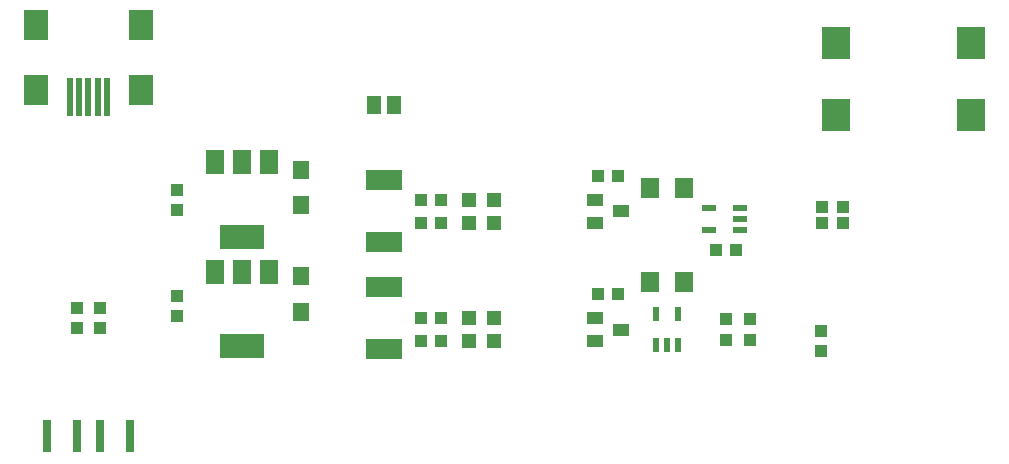
<source format=gbr>
G04 EAGLE Gerber RS-274X export*
G75*
%MOMM*%
%FSLAX34Y34*%
%LPD*%
%INSolderpaste Top*%
%IPPOS*%
%AMOC8*
5,1,8,0,0,1.08239X$1,22.5*%
G01*
%ADD10R,2.400000X2.800000*%
%ADD11R,2.000000X2.500000*%
%ADD12R,0.500000X3.300000*%
%ADD13R,1.500000X2.000000*%
%ADD14R,3.800000X2.000000*%
%ADD15R,1.400000X1.600000*%
%ADD16R,1.000000X1.100000*%
%ADD17R,1.300000X1.500000*%
%ADD18R,3.150000X1.700000*%
%ADD19R,0.800000X2.820000*%
%ADD20R,1.400000X1.000000*%
%ADD21R,1.200000X1.200000*%
%ADD22R,1.200000X0.550000*%
%ADD23R,0.550000X1.200000*%
%ADD24R,1.600000X1.803000*%
%ADD25R,1.100000X1.000000*%


D10*
X897000Y401250D03*
X783000Y401250D03*
X783000Y462250D03*
X897000Y462250D03*
D11*
X105500Y422500D03*
X194500Y422500D03*
X105500Y477500D03*
X194500Y477500D03*
D12*
X150000Y416500D03*
X142000Y416500D03*
X158000Y416500D03*
X166000Y416500D03*
X134000Y416500D03*
D13*
X303000Y361500D03*
X280000Y361500D03*
X257000Y361500D03*
D14*
X280000Y298500D03*
D13*
X303000Y269000D03*
X280000Y269000D03*
X257000Y269000D03*
D14*
X280000Y206000D03*
D15*
X330000Y325000D03*
X330000Y355000D03*
X330000Y235000D03*
X330000Y265000D03*
D16*
X225000Y338500D03*
X225000Y321500D03*
X225000Y248500D03*
X225000Y231500D03*
D17*
X391500Y410000D03*
X408500Y410000D03*
D18*
X400000Y293800D03*
X400000Y346200D03*
X400000Y203800D03*
X400000Y256200D03*
D19*
X115000Y129600D03*
X140000Y129600D03*
X160000Y129600D03*
X185000Y129600D03*
D20*
X601000Y320000D03*
X579000Y310500D03*
X579000Y329500D03*
D21*
X472000Y310000D03*
X493000Y310000D03*
D16*
X431500Y310000D03*
X448500Y310000D03*
X598500Y350000D03*
X581500Y350000D03*
D21*
X472000Y330000D03*
X493000Y330000D03*
D16*
X431500Y330000D03*
X448500Y330000D03*
D20*
X601000Y220000D03*
X579000Y210500D03*
X579000Y229500D03*
D21*
X472000Y210000D03*
X493000Y210000D03*
D16*
X431500Y210000D03*
X448500Y210000D03*
X598500Y250000D03*
X581500Y250000D03*
D21*
X472000Y230000D03*
X493000Y230000D03*
D16*
X431500Y230000D03*
X448500Y230000D03*
D22*
X701750Y304250D03*
X701750Y313750D03*
X701750Y323250D03*
X675750Y323250D03*
X675750Y304250D03*
D23*
X630500Y207000D03*
X640000Y207000D03*
X649500Y207000D03*
X649500Y233000D03*
X630500Y233000D03*
D16*
X771500Y310000D03*
X788500Y310000D03*
D24*
X654220Y340000D03*
X625780Y340000D03*
D16*
X698500Y287500D03*
X681500Y287500D03*
X771500Y323750D03*
X788500Y323750D03*
D25*
X160000Y221500D03*
X160000Y238500D03*
X140000Y221500D03*
X140000Y238500D03*
D24*
X654220Y260000D03*
X625780Y260000D03*
D25*
X770000Y201500D03*
X770000Y218500D03*
X690000Y211500D03*
X690000Y228500D03*
X710000Y211500D03*
X710000Y228500D03*
M02*

</source>
